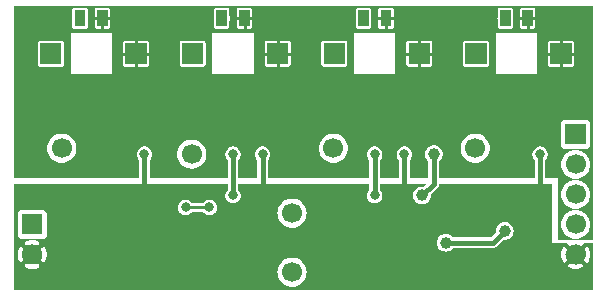
<source format=gbl>
G04 start of page 3 for group 3 idx 2 *
G04 Title: Das Blinkinput, bottom-power *
G04 Creator: pcb 1.99z *
G04 CreationDate: Thu 04 Jun 2015 03:29:16 PM GMT UTC *
G04 For: eelco *
G04 Format: Gerber/RS-274X *
G04 PCB-Dimensions (mil): 3937.01 3937.01 *
G04 PCB-Coordinate-Origin: lower left *
%MOIN*%
%FSLAX25Y25*%
%LNBOTTOM*%
%ADD31C,0.0197*%
%ADD30C,0.0315*%
%ADD29C,0.0394*%
%ADD28R,0.0354X0.0354*%
%ADD27C,0.0669*%
%ADD26C,0.0157*%
%ADD25C,0.0098*%
%ADD24C,0.0001*%
G54D24*G36*
X293307Y215551D02*X287394D01*
Y215769D01*
X287402Y215769D01*
X288162Y215828D01*
X288904Y216006D01*
X289609Y216298D01*
X290259Y216697D01*
X290839Y217192D01*
X291335Y217772D01*
X291733Y218423D01*
X292025Y219128D01*
X292203Y219869D01*
X292248Y220630D01*
X292203Y221390D01*
X292025Y222132D01*
X291733Y222837D01*
X291335Y223487D01*
X290839Y224067D01*
X290259Y224563D01*
X289609Y224961D01*
X288904Y225253D01*
X288162Y225431D01*
X287402Y225491D01*
X287394Y225491D01*
Y225769D01*
X287402Y225769D01*
X288162Y225828D01*
X288904Y226006D01*
X289609Y226298D01*
X290259Y226697D01*
X290839Y227192D01*
X291335Y227772D01*
X291733Y228423D01*
X292025Y229128D01*
X292203Y229869D01*
X292248Y230630D01*
X292203Y231390D01*
X292025Y232132D01*
X291733Y232837D01*
X291335Y233487D01*
X290839Y234067D01*
X290259Y234563D01*
X289609Y234961D01*
X288904Y235253D01*
X288162Y235431D01*
X287402Y235491D01*
X287394Y235491D01*
Y235769D01*
X287402Y235769D01*
X288162Y235828D01*
X288904Y236006D01*
X289609Y236298D01*
X290259Y236697D01*
X290839Y237192D01*
X290850Y237205D01*
X293307D01*
Y215551D01*
G37*
G36*
X287394D02*X281496D01*
Y237205D01*
X283954D01*
X283964Y237192D01*
X284544Y236697D01*
X285195Y236298D01*
X285899Y236006D01*
X286641Y235828D01*
X287394Y235769D01*
Y235491D01*
X286641Y235431D01*
X285899Y235253D01*
X285195Y234961D01*
X284544Y234563D01*
X283964Y234067D01*
X283469Y233487D01*
X283070Y232837D01*
X282778Y232132D01*
X282600Y231390D01*
X282540Y230630D01*
X282600Y229869D01*
X282778Y229128D01*
X283070Y228423D01*
X283469Y227772D01*
X283964Y227192D01*
X284544Y226697D01*
X285195Y226298D01*
X285899Y226006D01*
X286641Y225828D01*
X287394Y225769D01*
Y225491D01*
X286641Y225431D01*
X285899Y225253D01*
X285195Y224961D01*
X284544Y224563D01*
X283964Y224067D01*
X283469Y223487D01*
X283070Y222837D01*
X282778Y222132D01*
X282600Y221390D01*
X282540Y220630D01*
X282600Y219869D01*
X282778Y219128D01*
X283070Y218423D01*
X283469Y217772D01*
X283964Y217192D01*
X284544Y216697D01*
X285195Y216298D01*
X285899Y216006D01*
X286641Y215828D01*
X287394Y215769D01*
Y215551D01*
G37*
G36*
X282598Y239890D02*X282600Y239869D01*
X282778Y239128D01*
X283070Y238423D01*
X283469Y237772D01*
X283964Y237192D01*
X284544Y236697D01*
X285195Y236298D01*
X285383Y236220D01*
X282598D01*
Y239890D01*
G37*
G36*
Y293307D02*X293307D01*
Y236220D01*
X289421D01*
X289609Y236298D01*
X290259Y236697D01*
X290839Y237192D01*
X291335Y237772D01*
X291733Y238423D01*
X292025Y239128D01*
X292203Y239869D01*
X292248Y240630D01*
X292203Y241390D01*
X292025Y242132D01*
X291733Y242837D01*
X291335Y243487D01*
X290839Y244067D01*
X290259Y244563D01*
X289609Y244961D01*
X288904Y245253D01*
X288162Y245431D01*
X287402Y245491D01*
X286641Y245431D01*
X285899Y245253D01*
X285195Y244961D01*
X284544Y244563D01*
X283964Y244067D01*
X283469Y243487D01*
X283070Y242837D01*
X282778Y242132D01*
X282600Y241390D01*
X282598Y241370D01*
Y246926D01*
X282624Y246819D01*
X282714Y246600D01*
X282838Y246399D01*
X282991Y246220D01*
X283171Y246066D01*
X283372Y245943D01*
X283590Y245852D01*
X283820Y245797D01*
X284055Y245783D01*
X290983Y245797D01*
X291213Y245852D01*
X291431Y245943D01*
X291632Y246066D01*
X291812Y246220D01*
X291965Y246399D01*
X292089Y246600D01*
X292179Y246819D01*
X292234Y247048D01*
X292248Y247283D01*
X292234Y254212D01*
X292179Y254441D01*
X292089Y254659D01*
X291965Y254861D01*
X291812Y255040D01*
X291632Y255194D01*
X291431Y255317D01*
X291213Y255407D01*
X290983Y255462D01*
X290748Y255476D01*
X283820Y255462D01*
X283590Y255407D01*
X283372Y255317D01*
X283171Y255194D01*
X282991Y255040D01*
X282838Y254861D01*
X282714Y254659D01*
X282624Y254441D01*
X282598Y254334D01*
Y273232D01*
X286265Y273236D01*
X286386Y273265D01*
X286500Y273312D01*
X286606Y273377D01*
X286700Y273457D01*
X286781Y273551D01*
X286845Y273657D01*
X286893Y273772D01*
X286922Y273892D01*
X286929Y274016D01*
X286922Y281226D01*
X286893Y281346D01*
X286845Y281461D01*
X286781Y281567D01*
X286700Y281661D01*
X286606Y281741D01*
X286500Y281806D01*
X286386Y281854D01*
X286265Y281882D01*
X286142Y281890D01*
X282598Y281886D01*
Y293307D01*
G37*
G36*
X271457D02*X282598D01*
Y281886D01*
X278932Y281882D01*
X278811Y281854D01*
X278697Y281806D01*
X278591Y281741D01*
X278497Y281661D01*
X278416Y281567D01*
X278351Y281461D01*
X278304Y281346D01*
X278275Y281226D01*
X278268Y281102D01*
X278275Y273892D01*
X278304Y273772D01*
X278351Y273657D01*
X278416Y273551D01*
X278497Y273457D01*
X278591Y273377D01*
X278697Y273312D01*
X278811Y273265D01*
X278932Y273236D01*
X279055Y273228D01*
X282598Y273232D01*
Y254334D01*
X282569Y254212D01*
X282555Y253976D01*
X282569Y247048D01*
X282598Y246926D01*
Y241370D01*
X282540Y240630D01*
X282598Y239890D01*
Y236220D01*
X277378D01*
Y242235D01*
X277417Y242268D01*
X277680Y242576D01*
X277892Y242922D01*
X278047Y243296D01*
X278141Y243690D01*
X278165Y244094D01*
X278141Y244499D01*
X278047Y244893D01*
X277892Y245267D01*
X277680Y245613D01*
X277417Y245921D01*
X277109Y246184D01*
X276763Y246396D01*
X276389Y246551D01*
X275995Y246645D01*
X275591Y246677D01*
X275187Y246645D01*
X274792Y246551D01*
X274418Y246396D01*
X274072Y246184D01*
X273764Y245921D01*
X273501Y245613D01*
X273289Y245267D01*
X273134Y244893D01*
X273040Y244499D01*
X273008Y244094D01*
X273040Y243690D01*
X273134Y243296D01*
X273289Y242922D01*
X273501Y242576D01*
X273764Y242268D01*
X273803Y242235D01*
Y236220D01*
X271457D01*
Y270669D01*
X274606D01*
Y284449D01*
X271457D01*
Y285830D01*
X273352Y285834D01*
X273472Y285863D01*
X273587Y285910D01*
X273693Y285975D01*
X273787Y286056D01*
X273867Y286150D01*
X273932Y286256D01*
X273980Y286370D01*
X274008Y286491D01*
X274016Y286614D01*
X274008Y292250D01*
X273980Y292370D01*
X273932Y292485D01*
X273867Y292590D01*
X273787Y292684D01*
X273693Y292765D01*
X273587Y292830D01*
X273472Y292877D01*
X273352Y292906D01*
X273228Y292913D01*
X271457Y292910D01*
Y293307D01*
G37*
G36*
X263972Y270669D02*X271457D01*
Y236220D01*
X263972D01*
Y270669D01*
G37*
G36*
Y293307D02*X271457D01*
Y292910D01*
X269561Y292906D01*
X269441Y292877D01*
X269326Y292830D01*
X269221Y292765D01*
X269127Y292684D01*
X269046Y292590D01*
X268981Y292485D01*
X268934Y292370D01*
X268905Y292250D01*
X268898Y292126D01*
X268905Y286491D01*
X268934Y286370D01*
X268981Y286256D01*
X269046Y286150D01*
X269127Y286056D01*
X269221Y285975D01*
X269326Y285910D01*
X269441Y285863D01*
X269561Y285834D01*
X269685Y285827D01*
X271457Y285830D01*
Y284449D01*
X263972D01*
Y285830D01*
X265872Y285834D01*
X265992Y285863D01*
X266107Y285910D01*
X266212Y285975D01*
X266307Y286056D01*
X266387Y286150D01*
X266452Y286256D01*
X266499Y286370D01*
X266528Y286491D01*
X266535Y286614D01*
X266532Y289050D01*
X266551Y289370D01*
X266531Y289705D01*
X266528Y292250D01*
X266499Y292370D01*
X266452Y292485D01*
X266387Y292590D01*
X266307Y292684D01*
X266212Y292765D01*
X266107Y292830D01*
X265992Y292877D01*
X265872Y292906D01*
X265748Y292913D01*
X263972Y292910D01*
Y293307D01*
G37*
G36*
X254252D02*X263972D01*
Y292910D01*
X262081Y292906D01*
X261961Y292877D01*
X261846Y292830D01*
X261740Y292765D01*
X261646Y292684D01*
X261566Y292590D01*
X261501Y292485D01*
X261454Y292370D01*
X261425Y292250D01*
X261417Y292126D01*
X261420Y289711D01*
X261394Y289370D01*
X261421Y289018D01*
X261425Y286491D01*
X261454Y286370D01*
X261501Y286256D01*
X261566Y286150D01*
X261646Y286056D01*
X261740Y285975D01*
X261846Y285910D01*
X261961Y285863D01*
X262081Y285834D01*
X262205Y285827D01*
X263972Y285830D01*
Y284449D01*
X260827D01*
Y270669D01*
X263972D01*
Y236220D01*
X254252D01*
Y241226D01*
X254698Y241261D01*
X255439Y241440D01*
X256144Y241731D01*
X256794Y242130D01*
X257375Y242625D01*
X257870Y243206D01*
X258269Y243856D01*
X258560Y244561D01*
X258739Y245302D01*
X258783Y246063D01*
X258739Y246823D01*
X258560Y247565D01*
X258269Y248270D01*
X257870Y248920D01*
X257375Y249501D01*
X256794Y249996D01*
X256144Y250395D01*
X255439Y250686D01*
X254698Y250865D01*
X254252Y250900D01*
Y273232D01*
X257919Y273236D01*
X258039Y273265D01*
X258154Y273312D01*
X258260Y273377D01*
X258354Y273457D01*
X258434Y273551D01*
X258499Y273657D01*
X258546Y273772D01*
X258575Y273892D01*
X258583Y274016D01*
X258575Y281226D01*
X258546Y281346D01*
X258499Y281461D01*
X258434Y281567D01*
X258354Y281661D01*
X258260Y281741D01*
X258154Y281806D01*
X258039Y281854D01*
X257919Y281882D01*
X257795Y281890D01*
X254252Y281886D01*
Y293307D01*
G37*
G36*
X235354D02*X254252D01*
Y281886D01*
X250585Y281882D01*
X250465Y281854D01*
X250350Y281806D01*
X250244Y281741D01*
X250150Y281661D01*
X250070Y281567D01*
X250005Y281461D01*
X249957Y281346D01*
X249929Y281226D01*
X249921Y281102D01*
X249929Y273892D01*
X249957Y273772D01*
X250005Y273657D01*
X250070Y273551D01*
X250150Y273457D01*
X250244Y273377D01*
X250350Y273312D01*
X250465Y273265D01*
X250585Y273236D01*
X250709Y273228D01*
X254252Y273232D01*
Y250900D01*
X253937Y250924D01*
X253177Y250865D01*
X252435Y250686D01*
X251730Y250395D01*
X251080Y249996D01*
X250499Y249501D01*
X250004Y248920D01*
X249605Y248270D01*
X249314Y247565D01*
X249135Y246823D01*
X249076Y246063D01*
X249135Y245302D01*
X249314Y244561D01*
X249605Y243856D01*
X250004Y243206D01*
X250499Y242625D01*
X251080Y242130D01*
X251730Y241731D01*
X252435Y241440D01*
X253177Y241261D01*
X253937Y241202D01*
X254252Y241226D01*
Y236220D01*
X241945D01*
Y241717D01*
X242263Y241989D01*
X242566Y242344D01*
X242811Y242743D01*
X242989Y243174D01*
X243098Y243629D01*
X243126Y244094D01*
X243098Y244560D01*
X242989Y245015D01*
X242811Y245446D01*
X242566Y245845D01*
X242263Y246200D01*
X241908Y246503D01*
X241509Y246748D01*
X241078Y246926D01*
X240623Y247035D01*
X240157Y247072D01*
X239692Y247035D01*
X239237Y246926D01*
X238806Y246748D01*
X238407Y246503D01*
X238052Y246200D01*
X237749Y245845D01*
X237504Y245446D01*
X237326Y245015D01*
X237216Y244560D01*
X237180Y244094D01*
X237216Y243629D01*
X237326Y243174D01*
X237504Y242743D01*
X237749Y242344D01*
X238052Y241989D01*
X238370Y241717D01*
Y236220D01*
X235354D01*
Y273232D01*
X239021Y273236D01*
X239142Y273265D01*
X239256Y273312D01*
X239362Y273377D01*
X239456Y273457D01*
X239537Y273551D01*
X239601Y273657D01*
X239649Y273772D01*
X239678Y273892D01*
X239685Y274016D01*
X239678Y281226D01*
X239649Y281346D01*
X239601Y281461D01*
X239537Y281567D01*
X239456Y281661D01*
X239362Y281741D01*
X239256Y281806D01*
X239142Y281854D01*
X239021Y281882D01*
X238898Y281890D01*
X235354Y281886D01*
Y293307D01*
G37*
G36*
X224213D02*X235354D01*
Y281886D01*
X231687Y281882D01*
X231567Y281854D01*
X231452Y281806D01*
X231347Y281741D01*
X231253Y281661D01*
X231172Y281567D01*
X231107Y281461D01*
X231060Y281346D01*
X231031Y281226D01*
X231024Y281102D01*
X231031Y273892D01*
X231060Y273772D01*
X231107Y273657D01*
X231172Y273551D01*
X231253Y273457D01*
X231347Y273377D01*
X231452Y273312D01*
X231567Y273265D01*
X231687Y273236D01*
X231811Y273228D01*
X235354Y273232D01*
Y236220D01*
X232102D01*
Y242235D01*
X232141Y242268D01*
X232404Y242576D01*
X232616Y242922D01*
X232771Y243296D01*
X232866Y243690D01*
X232890Y244094D01*
X232866Y244499D01*
X232771Y244893D01*
X232616Y245267D01*
X232404Y245613D01*
X232141Y245921D01*
X231833Y246184D01*
X231488Y246396D01*
X231113Y246551D01*
X230719Y246645D01*
X230315Y246677D01*
X229911Y246645D01*
X229517Y246551D01*
X229142Y246396D01*
X228797Y246184D01*
X228489Y245921D01*
X228225Y245613D01*
X228014Y245267D01*
X227859Y244893D01*
X227764Y244499D01*
X227732Y244094D01*
X227764Y243690D01*
X227859Y243296D01*
X228014Y242922D01*
X228225Y242576D01*
X228489Y242268D01*
X228528Y242235D01*
Y236220D01*
X224213D01*
Y270669D01*
X227362D01*
Y284449D01*
X224213D01*
Y285830D01*
X226108Y285834D01*
X226228Y285863D01*
X226343Y285910D01*
X226449Y285975D01*
X226543Y286056D01*
X226623Y286150D01*
X226688Y286256D01*
X226735Y286370D01*
X226764Y286491D01*
X226772Y286614D01*
X226764Y292250D01*
X226735Y292370D01*
X226688Y292485D01*
X226623Y292590D01*
X226543Y292684D01*
X226449Y292765D01*
X226343Y292830D01*
X226228Y292877D01*
X226108Y292906D01*
X225984Y292913D01*
X224213Y292910D01*
Y293307D01*
G37*
G36*
X216728Y270669D02*X224213D01*
Y236220D01*
X222260D01*
Y242235D01*
X222299Y242268D01*
X222562Y242576D01*
X222774Y242922D01*
X222929Y243296D01*
X223023Y243690D01*
X223047Y244094D01*
X223023Y244499D01*
X222929Y244893D01*
X222774Y245267D01*
X222562Y245613D01*
X222299Y245921D01*
X221991Y246184D01*
X221645Y246396D01*
X221271Y246551D01*
X220876Y246645D01*
X220472Y246677D01*
X220068Y246645D01*
X219674Y246551D01*
X219300Y246396D01*
X218954Y246184D01*
X218646Y245921D01*
X218383Y245613D01*
X218171Y245267D01*
X218016Y244893D01*
X217921Y244499D01*
X217890Y244094D01*
X217921Y243690D01*
X218016Y243296D01*
X218171Y242922D01*
X218383Y242576D01*
X218646Y242268D01*
X218685Y242235D01*
Y236220D01*
X216728D01*
Y270669D01*
G37*
G36*
Y293307D02*X224213D01*
Y292910D01*
X222317Y292906D01*
X222197Y292877D01*
X222082Y292830D01*
X221977Y292765D01*
X221882Y292684D01*
X221802Y292590D01*
X221737Y292485D01*
X221690Y292370D01*
X221661Y292250D01*
X221654Y292126D01*
X221661Y286491D01*
X221690Y286370D01*
X221737Y286256D01*
X221802Y286150D01*
X221882Y286056D01*
X221977Y285975D01*
X222082Y285910D01*
X222197Y285863D01*
X222317Y285834D01*
X222441Y285827D01*
X224213Y285830D01*
Y284449D01*
X216728D01*
Y285830D01*
X218627Y285834D01*
X218748Y285863D01*
X218863Y285910D01*
X218968Y285975D01*
X219062Y286056D01*
X219143Y286150D01*
X219208Y286256D01*
X219255Y286370D01*
X219284Y286491D01*
X219291Y286614D01*
X219288Y289050D01*
X219307Y289370D01*
X219287Y289705D01*
X219284Y292250D01*
X219255Y292370D01*
X219208Y292485D01*
X219143Y292590D01*
X219062Y292684D01*
X218968Y292765D01*
X218863Y292830D01*
X218748Y292877D01*
X218627Y292906D01*
X218504Y292913D01*
X216728Y292910D01*
Y293307D01*
G37*
G36*
X207008D02*X216728D01*
Y292910D01*
X214837Y292906D01*
X214717Y292877D01*
X214602Y292830D01*
X214496Y292765D01*
X214402Y292684D01*
X214322Y292590D01*
X214257Y292485D01*
X214209Y292370D01*
X214181Y292250D01*
X214173Y292126D01*
X214176Y289711D01*
X214150Y289370D01*
X214177Y289018D01*
X214181Y286491D01*
X214209Y286370D01*
X214257Y286256D01*
X214322Y286150D01*
X214402Y286056D01*
X214496Y285975D01*
X214602Y285910D01*
X214717Y285863D01*
X214837Y285834D01*
X214961Y285827D01*
X216728Y285830D01*
Y284449D01*
X213583D01*
Y270669D01*
X216728D01*
Y236220D01*
X207008D01*
Y241226D01*
X207453Y241261D01*
X208195Y241440D01*
X208900Y241731D01*
X209550Y242130D01*
X210130Y242625D01*
X210626Y243206D01*
X211024Y243856D01*
X211316Y244561D01*
X211494Y245302D01*
X211539Y246063D01*
X211494Y246823D01*
X211316Y247565D01*
X211024Y248270D01*
X210626Y248920D01*
X210130Y249501D01*
X209550Y249996D01*
X208900Y250395D01*
X208195Y250686D01*
X207453Y250865D01*
X207008Y250900D01*
Y273232D01*
X210675Y273236D01*
X210795Y273265D01*
X210910Y273312D01*
X211015Y273377D01*
X211110Y273457D01*
X211190Y273551D01*
X211255Y273657D01*
X211302Y273772D01*
X211331Y273892D01*
X211339Y274016D01*
X211331Y281226D01*
X211302Y281346D01*
X211255Y281461D01*
X211190Y281567D01*
X211110Y281661D01*
X211015Y281741D01*
X210910Y281806D01*
X210795Y281854D01*
X210675Y281882D01*
X210551Y281890D01*
X207008Y281886D01*
Y293307D01*
G37*
G36*
X188110D02*X207008D01*
Y281886D01*
X203341Y281882D01*
X203220Y281854D01*
X203106Y281806D01*
X203000Y281741D01*
X202906Y281661D01*
X202826Y281567D01*
X202761Y281461D01*
X202713Y281346D01*
X202684Y281226D01*
X202677Y281102D01*
X202684Y273892D01*
X202713Y273772D01*
X202761Y273657D01*
X202826Y273551D01*
X202906Y273457D01*
X203000Y273377D01*
X203106Y273312D01*
X203220Y273265D01*
X203341Y273236D01*
X203465Y273228D01*
X207008Y273232D01*
Y250900D01*
X206693Y250924D01*
X205932Y250865D01*
X205191Y250686D01*
X204486Y250395D01*
X203835Y249996D01*
X203255Y249501D01*
X202760Y248920D01*
X202361Y248270D01*
X202069Y247565D01*
X201891Y246823D01*
X201832Y246063D01*
X201891Y245302D01*
X202069Y244561D01*
X202361Y243856D01*
X202760Y243206D01*
X203255Y242625D01*
X203835Y242130D01*
X204486Y241731D01*
X205191Y241440D01*
X205932Y241261D01*
X206693Y241202D01*
X207008Y241226D01*
Y236220D01*
X188110D01*
Y273232D01*
X191777Y273236D01*
X191898Y273265D01*
X192012Y273312D01*
X192118Y273377D01*
X192212Y273457D01*
X192293Y273551D01*
X192357Y273657D01*
X192405Y273772D01*
X192434Y273892D01*
X192441Y274016D01*
X192434Y281226D01*
X192405Y281346D01*
X192357Y281461D01*
X192293Y281567D01*
X192212Y281661D01*
X192118Y281741D01*
X192012Y281806D01*
X191898Y281854D01*
X191777Y281882D01*
X191654Y281890D01*
X188110Y281886D01*
Y293307D01*
G37*
G36*
X176969D02*X188110D01*
Y281886D01*
X184443Y281882D01*
X184323Y281854D01*
X184208Y281806D01*
X184103Y281741D01*
X184008Y281661D01*
X183928Y281567D01*
X183863Y281461D01*
X183816Y281346D01*
X183787Y281226D01*
X183780Y281102D01*
X183787Y273892D01*
X183816Y273772D01*
X183863Y273657D01*
X183928Y273551D01*
X184008Y273457D01*
X184103Y273377D01*
X184208Y273312D01*
X184323Y273265D01*
X184443Y273236D01*
X184567Y273228D01*
X188110Y273232D01*
Y236220D01*
X184858D01*
Y242235D01*
X184897Y242268D01*
X185160Y242576D01*
X185372Y242922D01*
X185527Y243296D01*
X185622Y243690D01*
X185646Y244094D01*
X185622Y244499D01*
X185527Y244893D01*
X185372Y245267D01*
X185160Y245613D01*
X184897Y245921D01*
X184589Y246184D01*
X184243Y246396D01*
X183869Y246551D01*
X183475Y246645D01*
X183071Y246677D01*
X182667Y246645D01*
X182273Y246551D01*
X181898Y246396D01*
X181553Y246184D01*
X181245Y245921D01*
X180981Y245613D01*
X180770Y245267D01*
X180615Y244893D01*
X180520Y244499D01*
X180488Y244094D01*
X180520Y243690D01*
X180615Y243296D01*
X180770Y242922D01*
X180981Y242576D01*
X181245Y242268D01*
X181283Y242235D01*
Y236220D01*
X176969D01*
Y270669D01*
X180118D01*
Y284449D01*
X176969D01*
Y285830D01*
X178864Y285834D01*
X178984Y285863D01*
X179099Y285910D01*
X179204Y285975D01*
X179299Y286056D01*
X179379Y286150D01*
X179444Y286256D01*
X179491Y286370D01*
X179520Y286491D01*
X179528Y286614D01*
X179520Y292250D01*
X179491Y292370D01*
X179444Y292485D01*
X179379Y292590D01*
X179299Y292684D01*
X179204Y292765D01*
X179099Y292830D01*
X178984Y292877D01*
X178864Y292906D01*
X178740Y292913D01*
X176969Y292910D01*
Y293307D01*
G37*
G36*
X169594Y270669D02*X176969D01*
Y236220D01*
X175016D01*
Y242235D01*
X175055Y242268D01*
X175318Y242576D01*
X175530Y242922D01*
X175685Y243296D01*
X175779Y243690D01*
X175803Y244094D01*
X175779Y244499D01*
X175685Y244893D01*
X175530Y245267D01*
X175318Y245613D01*
X175055Y245921D01*
X174746Y246184D01*
X174401Y246396D01*
X174026Y246551D01*
X173632Y246645D01*
X173228Y246677D01*
X172824Y246645D01*
X172430Y246551D01*
X172056Y246396D01*
X171710Y246184D01*
X171402Y245921D01*
X171139Y245613D01*
X170927Y245267D01*
X170772Y244893D01*
X170677Y244499D01*
X170646Y244094D01*
X170677Y243690D01*
X170772Y243296D01*
X170927Y242922D01*
X171139Y242576D01*
X171402Y242268D01*
X171441Y242235D01*
Y236220D01*
X169594D01*
Y270669D01*
G37*
G36*
Y293307D02*X176969D01*
Y292910D01*
X175073Y292906D01*
X174953Y292877D01*
X174838Y292830D01*
X174733Y292765D01*
X174638Y292684D01*
X174558Y292590D01*
X174493Y292485D01*
X174446Y292370D01*
X174417Y292250D01*
X174409Y292126D01*
X174417Y286491D01*
X174446Y286370D01*
X174493Y286256D01*
X174558Y286150D01*
X174638Y286056D01*
X174733Y285975D01*
X174838Y285910D01*
X174953Y285863D01*
X175073Y285834D01*
X175197Y285827D01*
X176969Y285830D01*
Y284449D01*
X169594D01*
Y285831D01*
X171383Y285834D01*
X171504Y285863D01*
X171618Y285910D01*
X171724Y285975D01*
X171818Y286056D01*
X171899Y286150D01*
X171964Y286256D01*
X172011Y286370D01*
X172040Y286491D01*
X172047Y286614D01*
X172045Y288339D01*
X172141Y288572D01*
X172236Y288966D01*
X172260Y289370D01*
X172236Y289774D01*
X172141Y290168D01*
X172042Y290407D01*
X172040Y292250D01*
X172011Y292370D01*
X171964Y292485D01*
X171899Y292590D01*
X171818Y292684D01*
X171724Y292765D01*
X171618Y292830D01*
X171504Y292877D01*
X171383Y292906D01*
X171260Y292913D01*
X169594Y292910D01*
Y293307D01*
G37*
G36*
X159764D02*X169594D01*
Y292910D01*
X167593Y292906D01*
X167472Y292877D01*
X167358Y292830D01*
X167252Y292765D01*
X167158Y292684D01*
X167078Y292590D01*
X167013Y292485D01*
X166965Y292370D01*
X166936Y292250D01*
X166929Y292126D01*
X166936Y286491D01*
X166965Y286370D01*
X167013Y286256D01*
X167078Y286150D01*
X167158Y286056D01*
X167252Y285975D01*
X167358Y285910D01*
X167472Y285863D01*
X167593Y285834D01*
X167717Y285827D01*
X169594Y285831D01*
Y284449D01*
X166339D01*
Y270669D01*
X169594D01*
Y236220D01*
X159764D01*
Y239258D01*
X160209Y239293D01*
X160951Y239471D01*
X161656Y239763D01*
X162306Y240162D01*
X162886Y240657D01*
X163382Y241237D01*
X163780Y241887D01*
X164072Y242592D01*
X164250Y243334D01*
X164295Y244094D01*
X164250Y244855D01*
X164072Y245597D01*
X163780Y246302D01*
X163382Y246952D01*
X162886Y247532D01*
X162306Y248027D01*
X161656Y248426D01*
X160951Y248718D01*
X160209Y248896D01*
X159764Y248931D01*
Y273232D01*
X163431Y273236D01*
X163551Y273265D01*
X163666Y273312D01*
X163771Y273377D01*
X163866Y273457D01*
X163946Y273551D01*
X164011Y273657D01*
X164058Y273772D01*
X164087Y273892D01*
X164094Y274016D01*
X164087Y281226D01*
X164058Y281346D01*
X164011Y281461D01*
X163946Y281567D01*
X163866Y281661D01*
X163771Y281741D01*
X163666Y281806D01*
X163551Y281854D01*
X163431Y281882D01*
X163307Y281890D01*
X159764Y281886D01*
Y293307D01*
G37*
G36*
X140866D02*X159764D01*
Y281886D01*
X156097Y281882D01*
X155976Y281854D01*
X155862Y281806D01*
X155756Y281741D01*
X155662Y281661D01*
X155581Y281567D01*
X155517Y281461D01*
X155469Y281346D01*
X155440Y281226D01*
X155433Y281102D01*
X155440Y273892D01*
X155469Y273772D01*
X155517Y273657D01*
X155581Y273551D01*
X155662Y273457D01*
X155756Y273377D01*
X155862Y273312D01*
X155976Y273265D01*
X156097Y273236D01*
X156220Y273228D01*
X159764Y273232D01*
Y248931D01*
X159449Y248956D01*
X158688Y248896D01*
X157947Y248718D01*
X157242Y248426D01*
X156591Y248027D01*
X156011Y247532D01*
X155516Y246952D01*
X155117Y246302D01*
X154825Y245597D01*
X154647Y244855D01*
X154587Y244094D01*
X154647Y243334D01*
X154825Y242592D01*
X155117Y241887D01*
X155516Y241237D01*
X156011Y240657D01*
X156591Y240162D01*
X157242Y239763D01*
X157947Y239471D01*
X158688Y239293D01*
X159449Y239233D01*
X159764Y239258D01*
Y236220D01*
X145488D01*
Y242235D01*
X145527Y242268D01*
X145790Y242576D01*
X146002Y242922D01*
X146157Y243296D01*
X146252Y243690D01*
X146276Y244094D01*
X146252Y244499D01*
X146157Y244893D01*
X146002Y245267D01*
X145790Y245613D01*
X145527Y245921D01*
X145219Y246184D01*
X144873Y246396D01*
X144499Y246551D01*
X144105Y246645D01*
X143701Y246677D01*
X143297Y246645D01*
X142903Y246551D01*
X142528Y246396D01*
X142183Y246184D01*
X141875Y245921D01*
X141611Y245613D01*
X141400Y245267D01*
X141244Y244893D01*
X141150Y244499D01*
X141118Y244094D01*
X141150Y243690D01*
X141244Y243296D01*
X141400Y242922D01*
X141611Y242576D01*
X141875Y242268D01*
X141913Y242235D01*
Y236220D01*
X140866D01*
Y273232D01*
X144533Y273236D01*
X144654Y273265D01*
X144768Y273312D01*
X144874Y273377D01*
X144968Y273457D01*
X145048Y273551D01*
X145113Y273657D01*
X145161Y273772D01*
X145190Y273892D01*
X145197Y274016D01*
X145190Y281226D01*
X145161Y281346D01*
X145113Y281461D01*
X145048Y281567D01*
X144968Y281661D01*
X144874Y281741D01*
X144768Y281806D01*
X144654Y281854D01*
X144533Y281882D01*
X144409Y281890D01*
X140866Y281886D01*
Y293307D01*
G37*
G36*
X129724D02*X140866D01*
Y281886D01*
X137199Y281882D01*
X137079Y281854D01*
X136964Y281806D01*
X136859Y281741D01*
X136764Y281661D01*
X136684Y281567D01*
X136619Y281461D01*
X136572Y281346D01*
X136543Y281226D01*
X136535Y281102D01*
X136543Y273892D01*
X136572Y273772D01*
X136619Y273657D01*
X136684Y273551D01*
X136764Y273457D01*
X136859Y273377D01*
X136964Y273312D01*
X137079Y273265D01*
X137199Y273236D01*
X137323Y273228D01*
X140866Y273232D01*
Y236220D01*
X129724D01*
Y270669D01*
X132874D01*
Y284449D01*
X129724D01*
Y285830D01*
X131620Y285834D01*
X131740Y285863D01*
X131855Y285910D01*
X131960Y285975D01*
X132055Y286056D01*
X132135Y286150D01*
X132200Y286256D01*
X132247Y286370D01*
X132276Y286491D01*
X132283Y286614D01*
X132276Y292250D01*
X132247Y292370D01*
X132200Y292485D01*
X132135Y292590D01*
X132055Y292684D01*
X131960Y292765D01*
X131855Y292830D01*
X131740Y292877D01*
X131620Y292906D01*
X131496Y292913D01*
X129724Y292910D01*
Y293307D01*
G37*
G36*
X122240Y270669D02*X129724D01*
Y236220D01*
X122240D01*
Y270669D01*
G37*
G36*
Y293307D02*X129724D01*
Y292910D01*
X127829Y292906D01*
X127709Y292877D01*
X127594Y292830D01*
X127488Y292765D01*
X127394Y292684D01*
X127314Y292590D01*
X127249Y292485D01*
X127202Y292370D01*
X127173Y292250D01*
X127165Y292126D01*
X127173Y286491D01*
X127202Y286370D01*
X127249Y286256D01*
X127314Y286150D01*
X127394Y286056D01*
X127488Y285975D01*
X127594Y285910D01*
X127709Y285863D01*
X127829Y285834D01*
X127953Y285827D01*
X129724Y285830D01*
Y284449D01*
X122240D01*
Y285830D01*
X124139Y285834D01*
X124260Y285863D01*
X124374Y285910D01*
X124480Y285975D01*
X124574Y286056D01*
X124655Y286150D01*
X124719Y286256D01*
X124767Y286370D01*
X124796Y286491D01*
X124803Y286614D01*
X124800Y289050D01*
X124819Y289370D01*
X124799Y289705D01*
X124796Y292250D01*
X124767Y292370D01*
X124719Y292485D01*
X124655Y292590D01*
X124574Y292684D01*
X124480Y292765D01*
X124374Y292830D01*
X124260Y292877D01*
X124139Y292906D01*
X124016Y292913D01*
X122240Y292910D01*
Y293307D01*
G37*
G36*
X112520D02*X122240D01*
Y292910D01*
X120349Y292906D01*
X120228Y292877D01*
X120114Y292830D01*
X120008Y292765D01*
X119914Y292684D01*
X119833Y292590D01*
X119769Y292485D01*
X119721Y292370D01*
X119692Y292250D01*
X119685Y292126D01*
X119688Y289711D01*
X119661Y289370D01*
X119689Y289018D01*
X119692Y286491D01*
X119721Y286370D01*
X119769Y286256D01*
X119833Y286150D01*
X119914Y286056D01*
X120008Y285975D01*
X120114Y285910D01*
X120228Y285863D01*
X120349Y285834D01*
X120472Y285827D01*
X122240Y285830D01*
Y284449D01*
X119094D01*
Y270669D01*
X122240D01*
Y236220D01*
X112520D01*
Y242842D01*
X112704Y242625D01*
X113284Y242130D01*
X113935Y241731D01*
X114639Y241440D01*
X115381Y241261D01*
X116142Y241202D01*
X116902Y241261D01*
X117644Y241440D01*
X118349Y241731D01*
X118999Y242130D01*
X119579Y242625D01*
X120075Y243206D01*
X120473Y243856D01*
X120765Y244561D01*
X120943Y245302D01*
X120988Y246063D01*
X120943Y246823D01*
X120765Y247565D01*
X120473Y248270D01*
X120075Y248920D01*
X119579Y249501D01*
X118999Y249996D01*
X118349Y250395D01*
X117644Y250686D01*
X116902Y250865D01*
X116142Y250924D01*
X115381Y250865D01*
X114639Y250686D01*
X113935Y250395D01*
X113284Y249996D01*
X112704Y249501D01*
X112520Y249284D01*
Y273232D01*
X116187Y273236D01*
X116307Y273265D01*
X116422Y273312D01*
X116527Y273377D01*
X116621Y273457D01*
X116702Y273551D01*
X116767Y273657D01*
X116814Y273772D01*
X116843Y273892D01*
X116850Y274016D01*
X116843Y281226D01*
X116814Y281346D01*
X116767Y281461D01*
X116702Y281567D01*
X116621Y281661D01*
X116527Y281741D01*
X116422Y281806D01*
X116307Y281854D01*
X116187Y281882D01*
X116063Y281890D01*
X112520Y281886D01*
Y293307D01*
G37*
G36*
X100394Y236220D02*Y293307D01*
X112520D01*
Y281886D01*
X108853Y281882D01*
X108732Y281854D01*
X108618Y281806D01*
X108512Y281741D01*
X108418Y281661D01*
X108337Y281567D01*
X108273Y281461D01*
X108225Y281346D01*
X108196Y281226D01*
X108189Y281102D01*
X108196Y273892D01*
X108225Y273772D01*
X108273Y273657D01*
X108337Y273551D01*
X108418Y273457D01*
X108512Y273377D01*
X108618Y273312D01*
X108732Y273265D01*
X108853Y273236D01*
X108976Y273228D01*
X112520Y273232D01*
Y249284D01*
X112209Y248920D01*
X111810Y248270D01*
X111518Y247565D01*
X111340Y246823D01*
X111280Y246063D01*
X111340Y245302D01*
X111518Y244561D01*
X111810Y243856D01*
X112209Y243206D01*
X112520Y242842D01*
Y236220D01*
X100394D01*
G37*
G54D25*X224213Y285433D02*Y289370D01*
X220472D02*X228346D01*
X271457Y285433D02*Y289370D01*
X129724Y285433D02*Y289370D01*
X125984D02*X133858D01*
X177165Y285433D02*Y289370D01*
X173425D02*X181299D01*
X267717D02*X275591D01*
X282598Y271654D02*Y283465D01*
X275591Y277559D02*X289370D01*
X140866Y271654D02*Y283465D01*
X157480Y226378D02*X165354D01*
X133858Y277559D02*X147638D01*
X181102D02*X194882D01*
X188110Y271654D02*Y283465D01*
X235354Y271654D02*Y283465D01*
X228346Y277559D02*X242126D01*
G54D24*G36*
X291243Y214567D02*X293307D01*
Y198819D01*
X291243D01*
Y207849D01*
X291328Y207764D01*
X291335Y207772D01*
X291733Y208423D01*
X292025Y209128D01*
X292203Y209869D01*
X292248Y210630D01*
X292203Y211390D01*
X292025Y212132D01*
X291733Y212837D01*
X291335Y213487D01*
X291328Y213495D01*
X291243Y213411D01*
Y214567D01*
G37*
G36*
X287402Y213987D02*X287927Y213945D01*
X288439Y213822D01*
X288926Y213621D01*
X289177Y213466D01*
X290267Y214556D01*
X290259Y214563D01*
X290252Y214567D01*
X291243D01*
Y213411D01*
X290238Y212406D01*
X290392Y212154D01*
X290594Y211667D01*
X290717Y211155D01*
X290748Y210630D01*
X290717Y210105D01*
X290594Y209593D01*
X290392Y209106D01*
X290238Y208854D01*
X291243Y207849D01*
Y198819D01*
X287402D01*
Y205769D01*
X288162Y205828D01*
X288904Y206006D01*
X289609Y206298D01*
X290259Y206697D01*
X290267Y206704D01*
X289177Y207793D01*
X288926Y207639D01*
X288439Y207437D01*
X287927Y207314D01*
X287402Y207273D01*
Y213987D01*
G37*
G36*
X283553Y214567D02*X284551D01*
X284544Y214563D01*
X284536Y214556D01*
X285626Y213466D01*
X285878Y213621D01*
X286364Y213822D01*
X286876Y213945D01*
X287402Y213987D01*
Y207273D01*
X286876Y207314D01*
X286364Y207437D01*
X285878Y207639D01*
X285626Y207793D01*
X284536Y206704D01*
X284544Y206697D01*
X285195Y206298D01*
X285899Y206006D01*
X286641Y205828D01*
X287402Y205769D01*
Y198819D01*
X283553D01*
Y207842D01*
X284565Y208854D01*
X284411Y209106D01*
X284209Y209593D01*
X284086Y210105D01*
X284045Y210630D01*
X284086Y211155D01*
X284209Y211667D01*
X284411Y212154D01*
X284565Y212406D01*
X283553Y213418D01*
Y214567D01*
G37*
G36*
X277559Y198819D02*Y214567D01*
X283553D01*
Y213418D01*
X283475Y213495D01*
X283469Y213487D01*
X283070Y212837D01*
X282778Y212132D01*
X282600Y211390D01*
X282540Y210630D01*
X282600Y209869D01*
X282778Y209128D01*
X283070Y208423D01*
X283469Y207772D01*
X283475Y207764D01*
X283553Y207842D01*
Y198819D01*
X277559D01*
G37*
G36*
X253932Y234252D02*X279528D01*
Y198819D01*
X253932D01*
Y212780D01*
X259772D01*
X259843Y212774D01*
X260123Y212796D01*
X260123Y212796D01*
X260397Y212862D01*
X260656Y212969D01*
X260896Y213116D01*
X261110Y213299D01*
X261156Y213353D01*
X263362Y215559D01*
X263780Y215526D01*
X264245Y215563D01*
X264700Y215672D01*
X265131Y215851D01*
X265530Y216095D01*
X265885Y216398D01*
X266189Y216754D01*
X266433Y217152D01*
X266611Y217584D01*
X266721Y218038D01*
X266748Y218504D01*
X266721Y218970D01*
X266611Y219424D01*
X266433Y219856D01*
X266189Y220254D01*
X265885Y220609D01*
X265530Y220913D01*
X265131Y221157D01*
X264700Y221336D01*
X264245Y221445D01*
X263780Y221482D01*
X263314Y221445D01*
X262859Y221336D01*
X262428Y221157D01*
X262029Y220913D01*
X261674Y220609D01*
X261371Y220254D01*
X261126Y219856D01*
X260948Y219424D01*
X260839Y218970D01*
X260802Y218504D01*
X260835Y218087D01*
X259102Y216354D01*
X253932D01*
Y234252D01*
G37*
G36*
X192906D02*X218685D01*
Y232174D01*
X218646Y232141D01*
X218383Y231833D01*
X218171Y231488D01*
X218016Y231113D01*
X217921Y230719D01*
X217890Y230315D01*
X217921Y229911D01*
X218016Y229517D01*
X218171Y229142D01*
X218383Y228797D01*
X218646Y228489D01*
X218954Y228225D01*
X219300Y228014D01*
X219674Y227859D01*
X220068Y227764D01*
X220472Y227732D01*
X220876Y227764D01*
X221271Y227859D01*
X221645Y228014D01*
X221991Y228225D01*
X222299Y228489D01*
X222562Y228797D01*
X222774Y229142D01*
X222929Y229517D01*
X223023Y229911D01*
X223047Y230315D01*
X223023Y230719D01*
X222929Y231113D01*
X222774Y231488D01*
X222562Y231833D01*
X222299Y232141D01*
X222260Y232174D01*
Y234252D01*
X237630D01*
X236638Y233260D01*
X236220Y233293D01*
X235755Y233256D01*
X235300Y233147D01*
X234869Y232968D01*
X234470Y232724D01*
X234115Y232420D01*
X233811Y232065D01*
X233567Y231667D01*
X233389Y231235D01*
X233279Y230781D01*
X233243Y230315D01*
X233279Y229849D01*
X233389Y229395D01*
X233567Y228963D01*
X233811Y228565D01*
X234115Y228209D01*
X234470Y227906D01*
X234869Y227662D01*
X235300Y227483D01*
X235755Y227374D01*
X236220Y227337D01*
X236686Y227374D01*
X237141Y227483D01*
X237572Y227662D01*
X237971Y227906D01*
X238326Y228209D01*
X238629Y228565D01*
X238874Y228963D01*
X239052Y229395D01*
X239161Y229849D01*
X239189Y230315D01*
X239164Y230731D01*
X241372Y232939D01*
X241425Y232984D01*
X241608Y233198D01*
X241608Y233198D01*
X241755Y233438D01*
X241863Y233698D01*
X241928Y233971D01*
X241950Y234252D01*
X253932D01*
Y216354D01*
X246472D01*
X246200Y216672D01*
X245845Y216976D01*
X245446Y217220D01*
X245015Y217399D01*
X244560Y217508D01*
X244094Y217545D01*
X243629Y217508D01*
X243174Y217399D01*
X242743Y217220D01*
X242344Y216976D01*
X241989Y216672D01*
X241686Y216317D01*
X241441Y215919D01*
X241263Y215487D01*
X241153Y215033D01*
X241117Y214567D01*
X241153Y214101D01*
X241263Y213647D01*
X241441Y213215D01*
X241686Y212817D01*
X241989Y212461D01*
X242344Y212158D01*
X242743Y211914D01*
X243174Y211735D01*
X243629Y211626D01*
X244094Y211589D01*
X244560Y211626D01*
X245015Y211735D01*
X245446Y211914D01*
X245845Y212158D01*
X246200Y212461D01*
X246472Y212780D01*
X253932D01*
Y198819D01*
X192906D01*
Y199864D01*
X192913Y199863D01*
X193674Y199923D01*
X194416Y200101D01*
X195120Y200393D01*
X195771Y200791D01*
X196351Y201287D01*
X196846Y201867D01*
X197245Y202517D01*
X197537Y203222D01*
X197715Y203964D01*
X197760Y204724D01*
X197715Y205485D01*
X197537Y206227D01*
X197245Y206931D01*
X196846Y207582D01*
X196351Y208162D01*
X195771Y208657D01*
X195120Y209056D01*
X194416Y209348D01*
X193674Y209526D01*
X192913Y209586D01*
X192906Y209585D01*
Y219549D01*
X192913Y219548D01*
X193674Y219608D01*
X194416Y219786D01*
X195120Y220078D01*
X195771Y220476D01*
X196351Y220972D01*
X196846Y221552D01*
X197245Y222202D01*
X197537Y222907D01*
X197715Y223649D01*
X197760Y224409D01*
X197715Y225170D01*
X197537Y225912D01*
X197245Y226616D01*
X196846Y227267D01*
X196351Y227847D01*
X195771Y228342D01*
X195120Y228741D01*
X194416Y229033D01*
X193674Y229211D01*
X192913Y229271D01*
X192906Y229270D01*
Y234252D01*
G37*
G36*
X161413D02*X171441D01*
Y232174D01*
X171402Y232141D01*
X171139Y231833D01*
X170927Y231488D01*
X170772Y231113D01*
X170677Y230719D01*
X170646Y230315D01*
X170677Y229911D01*
X170772Y229517D01*
X170927Y229142D01*
X171139Y228797D01*
X171402Y228489D01*
X171710Y228225D01*
X172056Y228014D01*
X172430Y227859D01*
X172824Y227764D01*
X173228Y227732D01*
X173632Y227764D01*
X174026Y227859D01*
X174401Y228014D01*
X174746Y228225D01*
X175055Y228489D01*
X175318Y228797D01*
X175530Y229142D01*
X175685Y229517D01*
X175779Y229911D01*
X175803Y230315D01*
X175779Y230719D01*
X175685Y231113D01*
X175530Y231488D01*
X175318Y231833D01*
X175055Y232141D01*
X175016Y232174D01*
Y234252D01*
X192906D01*
Y229270D01*
X192153Y229211D01*
X191411Y229033D01*
X190706Y228741D01*
X190056Y228342D01*
X189476Y227847D01*
X188980Y227267D01*
X188582Y226616D01*
X188290Y225912D01*
X188112Y225170D01*
X188052Y224409D01*
X188112Y223649D01*
X188290Y222907D01*
X188582Y222202D01*
X188980Y221552D01*
X189476Y220972D01*
X190056Y220476D01*
X190706Y220078D01*
X191411Y219786D01*
X192153Y219608D01*
X192906Y219549D01*
Y209585D01*
X192153Y209526D01*
X191411Y209348D01*
X190706Y209056D01*
X190056Y208657D01*
X189476Y208162D01*
X188980Y207582D01*
X188582Y206931D01*
X188290Y206227D01*
X188112Y205485D01*
X188052Y204724D01*
X188112Y203964D01*
X188290Y203222D01*
X188582Y202517D01*
X188980Y201867D01*
X189476Y201287D01*
X190056Y200791D01*
X190706Y200393D01*
X191411Y200101D01*
X192153Y199923D01*
X192906Y199864D01*
Y198819D01*
X161413D01*
Y224886D01*
X163249D01*
X163265Y224860D01*
X163528Y224552D01*
X163836Y224288D01*
X164182Y224077D01*
X164556Y223922D01*
X164950Y223827D01*
X165354Y223795D01*
X165758Y223827D01*
X166152Y223922D01*
X166527Y224077D01*
X166872Y224288D01*
X167181Y224552D01*
X167444Y224860D01*
X167656Y225205D01*
X167811Y225580D01*
X167905Y225974D01*
X167929Y226378D01*
X167905Y226782D01*
X167811Y227176D01*
X167656Y227550D01*
X167444Y227896D01*
X167181Y228204D01*
X166872Y228467D01*
X166527Y228679D01*
X166152Y228834D01*
X165758Y228929D01*
X165354Y228961D01*
X164950Y228929D01*
X164556Y228834D01*
X164182Y228679D01*
X163836Y228467D01*
X163528Y228204D01*
X163265Y227896D01*
X163249Y227870D01*
X161413D01*
Y234252D01*
G37*
G36*
X110216D02*X161413D01*
Y227870D01*
X159586D01*
X159570Y227896D01*
X159307Y228204D01*
X158998Y228467D01*
X158653Y228679D01*
X158278Y228834D01*
X157884Y228929D01*
X157480Y228961D01*
X157076Y228929D01*
X156682Y228834D01*
X156308Y228679D01*
X155962Y228467D01*
X155654Y228204D01*
X155391Y227896D01*
X155179Y227550D01*
X155024Y227176D01*
X154929Y226782D01*
X154898Y226378D01*
X154929Y225974D01*
X155024Y225580D01*
X155179Y225205D01*
X155391Y224860D01*
X155654Y224552D01*
X155962Y224288D01*
X156308Y224077D01*
X156682Y223922D01*
X157076Y223827D01*
X157480Y223795D01*
X157884Y223827D01*
X158278Y223922D01*
X158653Y224077D01*
X158998Y224288D01*
X159307Y224552D01*
X159570Y224860D01*
X159586Y224886D01*
X161413D01*
Y198819D01*
X110216D01*
Y208232D01*
X110310Y208260D01*
X110417Y208311D01*
X110514Y208378D01*
X110600Y208459D01*
X110672Y208552D01*
X110726Y208657D01*
X110895Y209076D01*
X111020Y209510D01*
X111104Y209954D01*
X111146Y210404D01*
Y210856D01*
X111104Y211306D01*
X111020Y211750D01*
X110895Y212184D01*
X110731Y212605D01*
X110675Y212709D01*
X110603Y212803D01*
X110516Y212885D01*
X110419Y212952D01*
X110312Y213003D01*
X110216Y213032D01*
Y215896D01*
X110329Y215943D01*
X110530Y216066D01*
X110710Y216220D01*
X110863Y216399D01*
X110986Y216600D01*
X111077Y216819D01*
X111132Y217048D01*
X111146Y217283D01*
X111132Y224212D01*
X111077Y224441D01*
X110986Y224659D01*
X110863Y224861D01*
X110710Y225040D01*
X110530Y225194D01*
X110329Y225317D01*
X110216Y225364D01*
Y234252D01*
G37*
G36*
Y198819D02*X106299D01*
Y205783D01*
X106525D01*
X106975Y205826D01*
X107419Y205909D01*
X107853Y206034D01*
X108274Y206198D01*
X108379Y206254D01*
X108473Y206327D01*
X108554Y206413D01*
X108622Y206510D01*
X108673Y206618D01*
X108706Y206731D01*
X108722Y206849D01*
X108718Y206967D01*
X108697Y207084D01*
X108657Y207196D01*
X108601Y207300D01*
X108528Y207394D01*
X108442Y207476D01*
X108344Y207543D01*
X108237Y207594D01*
X108124Y207628D01*
X108006Y207643D01*
X107887Y207640D01*
X107771Y207618D01*
X107660Y207577D01*
X107371Y207460D01*
X107072Y207374D01*
X106765Y207316D01*
X106455Y207287D01*
X106299D01*
Y213973D01*
X106455D01*
X106765Y213944D01*
X107072Y213886D01*
X107371Y213800D01*
X107661Y213687D01*
X107772Y213645D01*
X107888Y213623D01*
X108006Y213620D01*
X108123Y213636D01*
X108236Y213669D01*
X108343Y213720D01*
X108440Y213787D01*
X108526Y213868D01*
X108597Y213962D01*
X108654Y214065D01*
X108693Y214177D01*
X108715Y214293D01*
X108718Y214411D01*
X108703Y214528D01*
X108669Y214641D01*
X108618Y214748D01*
X108552Y214845D01*
X108470Y214931D01*
X108377Y215002D01*
X108272Y215057D01*
X107853Y215226D01*
X107419Y215351D01*
X106975Y215434D01*
X106525Y215476D01*
X106299D01*
Y215790D01*
X109881Y215797D01*
X110111Y215852D01*
X110216Y215896D01*
Y213032D01*
X110198Y213037D01*
X110080Y213052D01*
X109962Y213049D01*
X109845Y213028D01*
X109733Y212988D01*
X109629Y212931D01*
X109535Y212859D01*
X109453Y212773D01*
X109386Y212675D01*
X109335Y212568D01*
X109301Y212454D01*
X109286Y212337D01*
X109289Y212218D01*
X109311Y212101D01*
X109353Y211991D01*
X109469Y211702D01*
X109555Y211402D01*
X109613Y211096D01*
X109642Y210786D01*
Y210474D01*
X109613Y210164D01*
X109555Y209858D01*
X109469Y209558D01*
X109356Y209268D01*
X109314Y209157D01*
X109293Y209041D01*
X109290Y208923D01*
X109305Y208806D01*
X109338Y208693D01*
X109389Y208587D01*
X109456Y208489D01*
X109537Y208404D01*
X109631Y208332D01*
X109735Y208275D01*
X109846Y208236D01*
X109962Y208214D01*
X110080Y208211D01*
X110197Y208227D01*
X110216Y208232D01*
Y198819D01*
G37*
G36*
X106299Y234252D02*X110216D01*
Y225364D01*
X110111Y225407D01*
X109881Y225462D01*
X109646Y225476D01*
X106299Y225470D01*
Y234252D01*
G37*
G36*
X102383Y215896D02*X102488Y215852D01*
X102717Y215797D01*
X102953Y215783D01*
X106299Y215790D01*
Y215476D01*
X106073D01*
X105623Y215434D01*
X105179Y215351D01*
X104745Y215226D01*
X104324Y215061D01*
X104220Y215005D01*
X104126Y214933D01*
X104044Y214847D01*
X103977Y214749D01*
X103926Y214642D01*
X103892Y214529D01*
X103877Y214411D01*
X103880Y214292D01*
X103902Y214176D01*
X103941Y214064D01*
X103998Y213960D01*
X104070Y213866D01*
X104156Y213784D01*
X104254Y213717D01*
X104361Y213666D01*
X104475Y213632D01*
X104592Y213617D01*
X104711Y213620D01*
X104828Y213642D01*
X104938Y213683D01*
X105227Y213800D01*
X105527Y213886D01*
X105833Y213944D01*
X106143Y213973D01*
X106299D01*
Y207287D01*
X106143D01*
X105833Y207316D01*
X105527Y207374D01*
X105227Y207460D01*
X104937Y207573D01*
X104827Y207615D01*
X104711Y207636D01*
X104593Y207639D01*
X104476Y207624D01*
X104362Y207591D01*
X104256Y207540D01*
X104158Y207473D01*
X104073Y207392D01*
X104001Y207298D01*
X103945Y207194D01*
X103905Y207083D01*
X103884Y206967D01*
X103880Y206849D01*
X103896Y206732D01*
X103929Y206619D01*
X103980Y206512D01*
X104047Y206415D01*
X104128Y206329D01*
X104222Y206257D01*
X104326Y206203D01*
X104745Y206034D01*
X105179Y205909D01*
X105623Y205826D01*
X106073Y205783D01*
X106299D01*
Y198819D01*
X102383D01*
Y208228D01*
X102401Y208223D01*
X102518Y208208D01*
X102637Y208211D01*
X102753Y208232D01*
X102865Y208272D01*
X102969Y208329D01*
X103064Y208401D01*
X103145Y208487D01*
X103212Y208585D01*
X103263Y208692D01*
X103297Y208806D01*
X103312Y208923D01*
X103309Y209042D01*
X103288Y209158D01*
X103246Y209269D01*
X103129Y209558D01*
X103043Y209858D01*
X102985Y210164D01*
X102956Y210474D01*
Y210786D01*
X102985Y211096D01*
X103043Y211402D01*
X103129Y211702D01*
X103243Y211992D01*
X103284Y212102D01*
X103306Y212219D01*
X103309Y212337D01*
X103293Y212454D01*
X103260Y212567D01*
X103209Y212673D01*
X103142Y212771D01*
X103061Y212856D01*
X102967Y212928D01*
X102864Y212985D01*
X102752Y213024D01*
X102636Y213046D01*
X102518Y213049D01*
X102401Y213033D01*
X102383Y213028D01*
Y215896D01*
G37*
G36*
Y234252D02*X106299D01*
Y225470D01*
X102717Y225462D01*
X102488Y225407D01*
X102383Y225364D01*
Y234252D01*
G37*
G36*
X100394Y198819D02*Y234252D01*
X102383D01*
Y225364D01*
X102270Y225317D01*
X102068Y225194D01*
X101889Y225040D01*
X101735Y224861D01*
X101612Y224659D01*
X101522Y224441D01*
X101467Y224212D01*
X101453Y223976D01*
X101467Y217048D01*
X101522Y216819D01*
X101612Y216600D01*
X101735Y216399D01*
X101889Y216220D01*
X102068Y216066D01*
X102270Y215943D01*
X102383Y215896D01*
Y213028D01*
X102288Y213000D01*
X102182Y212949D01*
X102084Y212882D01*
X101999Y212801D01*
X101927Y212707D01*
X101872Y212603D01*
X101703Y212184D01*
X101578Y211750D01*
X101495Y211306D01*
X101453Y210856D01*
Y210404D01*
X101495Y209954D01*
X101578Y209510D01*
X101703Y209076D01*
X101868Y208655D01*
X101924Y208550D01*
X101996Y208456D01*
X102082Y208375D01*
X102180Y208308D01*
X102287Y208257D01*
X102383Y208228D01*
Y198819D01*
X100394D01*
G37*
G54D26*X143701Y244094D02*Y236220D01*
Y230315D02*Y236220D01*
X259843Y214567D02*X263780Y218504D01*
X244094Y214567D02*X259843D01*
X173228Y244094D02*Y230315D01*
X183071D02*Y236220D01*
Y244094D02*Y236220D01*
X275591Y230315D02*Y236220D01*
Y244094D02*Y236220D01*
X240157Y234252D02*Y244094D01*
X236220Y230315D02*X240157Y234252D01*
X220472Y230315D02*Y244094D01*
X230315Y230315D02*Y236220D01*
Y244094D02*Y236220D01*
G54D27*X253937Y246063D03*
X206693D03*
G54D24*G36*
X284055Y253976D02*Y247283D01*
X290748D01*
Y253976D01*
X284055D01*
G37*
G54D27*X116142Y246063D03*
G54D24*G36*
X102953Y223976D02*Y217283D01*
X109646D01*
Y223976D01*
X102953D01*
G37*
G54D27*X106299Y210630D03*
X159449Y244094D03*
X104331Y248031D03*
X287402Y240630D03*
Y230630D03*
Y220630D03*
Y210630D03*
X192913Y204724D03*
Y214567D03*
Y224409D03*
G54D24*G36*
X231811Y281102D02*Y274016D01*
X238898D01*
Y281102D01*
X231811D01*
G37*
G54D28*X263976Y290354D02*Y288386D01*
X271457Y290354D02*Y288386D01*
G54D24*G36*
X250709Y281102D02*Y274016D01*
X257795D01*
Y281102D01*
X250709D01*
G37*
G36*
X279055D02*Y274016D01*
X286142D01*
Y281102D01*
X279055D01*
G37*
G54D28*X216732Y290354D02*Y288386D01*
X224213Y290354D02*Y288386D01*
G54D24*G36*
X203465Y281102D02*Y274016D01*
X210551D01*
Y281102D01*
X203465D01*
G37*
G36*
X184567D02*Y274016D01*
X191654D01*
Y281102D01*
X184567D01*
G37*
G36*
X108976D02*Y274016D01*
X116063D01*
Y281102D01*
X108976D01*
G37*
G54D28*X122244Y290354D02*Y288386D01*
X129724Y290354D02*Y288386D01*
G54D24*G36*
X137323Y281102D02*Y274016D01*
X144409D01*
Y281102D01*
X137323D01*
G37*
G36*
X156220D02*Y274016D01*
X163307D01*
Y281102D01*
X156220D01*
G37*
G54D28*X169488Y290354D02*Y288386D01*
X176969Y290354D02*Y288386D01*
G54D29*X185039Y265748D03*
G54D30*X169685Y289370D03*
X122244D03*
G54D29*X139764Y265748D03*
G54D30*X140866Y277559D03*
X159764D03*
X157480Y226378D03*
X143701Y244094D03*
G54D29*X131890Y230315D03*
G54D30*X173228Y244094D03*
G54D29*X161417Y202756D03*
X120079D03*
X141732Y216535D03*
G54D30*X112520Y277559D03*
G54D29*X232283Y265748D03*
G54D30*X263976Y289370D03*
X254252Y277559D03*
X183071Y206693D03*
G54D29*X236220D03*
G54D30*X282598Y277559D03*
G54D29*X240157Y244094D03*
G54D30*X275591D03*
X220472D03*
X230315D03*
G54D29*X277559Y265748D03*
G54D30*X207008Y277559D03*
X188110D03*
G54D29*X263780Y218504D03*
X244094Y214567D03*
X265748Y213583D03*
G54D30*X165354Y226378D03*
G54D29*X236220Y230315D03*
G54D30*X220472D03*
X173228D03*
X183071Y244094D03*
X216732Y289370D03*
X235354Y277559D03*
G54D31*G54D26*G54D31*G54D26*G54D31*G54D26*G54D31*G54D26*G54D31*G54D26*G54D31*G54D26*G54D31*G54D26*G54D31*G54D26*G54D31*G54D26*G54D31*G54D26*G54D29*M02*

</source>
